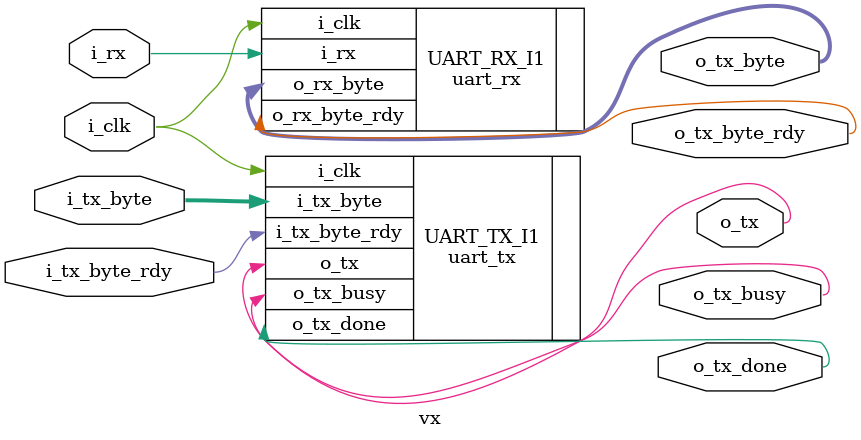
<source format=v>


`timescale 10ns/10ns

module vx
    (
        input wire i_clk,
        input wire i_rx,
        output wire o_tx,

        input wire i_tx_byte_rdy,
        input wire [7:0] i_tx_byte,
        output wire o_tx_busy,
        output wire o_tx_done,

        output wire o_tx_byte_rdy,        
        output wire [7:0] o_tx_byte
    );
    localparam CLOCK_PERIOD_NS = 20, CLKS_PER_BIT = 434, BIT_PERIOD = 43400;

    uart_tx #(.CLKS_PER_BIT(CLKS_PER_BIT)) UART_TX_I1
        (
            .i_clk(i_clk),
            .i_tx_byte_rdy(i_tx_byte_rdy),
            .i_tx_byte(i_tx_byte),
            .o_tx_busy(o_tx_busy),
            .o_tx(o_tx),
            .o_tx_done(o_tx_done)
        );

    uart_rx #(.CLKS_PER_BIT(CLKS_PER_BIT)) UART_RX_I1
        (
            .i_clk(i_clk),
            .i_rx(i_rx),
            .o_rx_byte_rdy(o_tx_byte_rdy),
            .o_rx_byte(o_tx_byte)
        );

endmodule

</source>
